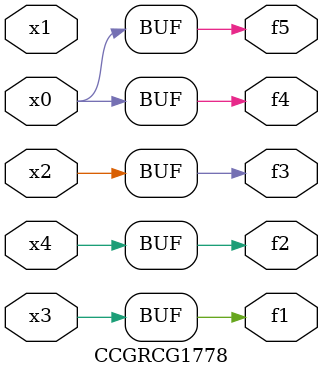
<source format=v>
module CCGRCG1778(
	input x0, x1, x2, x3, x4,
	output f1, f2, f3, f4, f5
);
	assign f1 = x3;
	assign f2 = x4;
	assign f3 = x2;
	assign f4 = x0;
	assign f5 = x0;
endmodule

</source>
